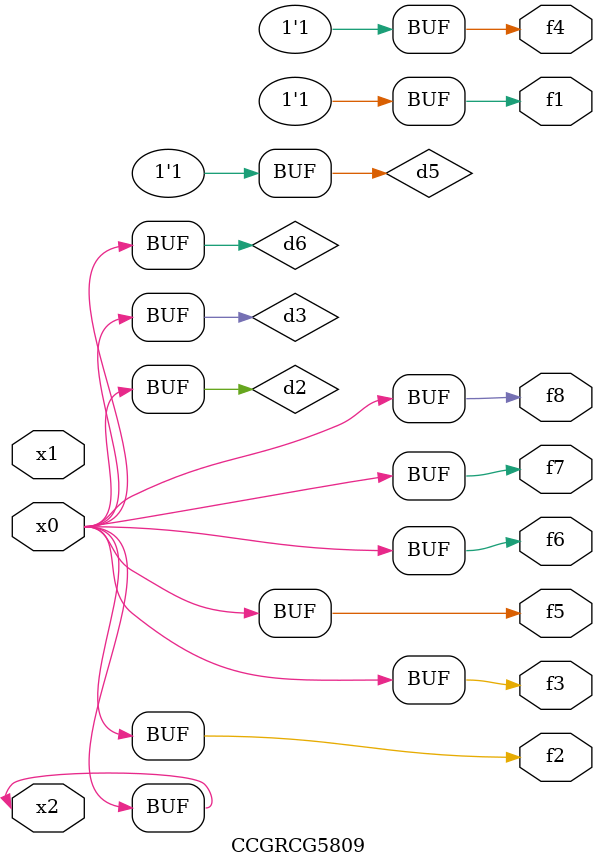
<source format=v>
module CCGRCG5809(
	input x0, x1, x2,
	output f1, f2, f3, f4, f5, f6, f7, f8
);

	wire d1, d2, d3, d4, d5, d6;

	xnor (d1, x2);
	buf (d2, x0, x2);
	and (d3, x0);
	xnor (d4, x1, x2);
	nand (d5, d1, d3);
	buf (d6, d2, d3);
	assign f1 = d5;
	assign f2 = d6;
	assign f3 = d6;
	assign f4 = d5;
	assign f5 = d6;
	assign f6 = d6;
	assign f7 = d6;
	assign f8 = d6;
endmodule

</source>
